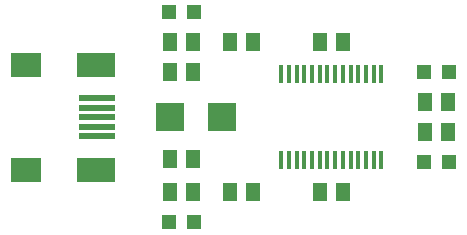
<source format=gtp>
G75*
%MOIN*%
%OFA0B0*%
%FSLAX25Y25*%
%IPPOS*%
%LPD*%
%AMOC8*
5,1,8,0,0,1.08239X$1,22.5*
%
%ADD10R,0.01575X0.05906*%
%ADD11R,0.04724X0.04724*%
%ADD12R,0.05118X0.05906*%
%ADD13R,0.09449X0.09449*%
%ADD14R,0.09843X0.07874*%
%ADD15R,0.12992X0.07874*%
%ADD16R,0.12205X0.01969*%
D10*
X0097866Y0037328D03*
X0100425Y0037328D03*
X0102984Y0037328D03*
X0105543Y0037328D03*
X0108102Y0037328D03*
X0110661Y0037328D03*
X0113220Y0037328D03*
X0115780Y0037328D03*
X0118339Y0037328D03*
X0120898Y0037328D03*
X0123457Y0037328D03*
X0126016Y0037328D03*
X0128575Y0037328D03*
X0131134Y0037328D03*
X0131134Y0065872D03*
X0128575Y0065872D03*
X0126016Y0065872D03*
X0123457Y0065872D03*
X0120898Y0065872D03*
X0118339Y0065872D03*
X0115780Y0065872D03*
X0113220Y0065872D03*
X0110661Y0065872D03*
X0108102Y0065872D03*
X0105543Y0065872D03*
X0102984Y0065872D03*
X0100425Y0065872D03*
X0097866Y0065872D03*
D11*
X0060366Y0016600D03*
X0068634Y0016600D03*
X0145366Y0036600D03*
X0153634Y0036600D03*
X0153634Y0066600D03*
X0145366Y0066600D03*
X0068634Y0086600D03*
X0060366Y0086600D03*
D12*
X0060760Y0076600D03*
X0068240Y0076600D03*
X0080760Y0076600D03*
X0088240Y0076600D03*
X0110760Y0076600D03*
X0118240Y0076600D03*
X0068240Y0066600D03*
X0060760Y0066600D03*
X0060760Y0037850D03*
X0068240Y0037850D03*
X0068240Y0026600D03*
X0060760Y0026600D03*
X0080760Y0026600D03*
X0088240Y0026600D03*
X0110760Y0026600D03*
X0118240Y0026600D03*
X0145760Y0046600D03*
X0153240Y0046600D03*
X0153240Y0056600D03*
X0145760Y0056600D03*
D13*
X0078161Y0051600D03*
X0060839Y0051600D03*
D14*
X0012689Y0034080D03*
X0012689Y0069120D03*
D15*
X0035917Y0069120D03*
X0035917Y0034080D03*
D16*
X0036311Y0045301D03*
X0036311Y0048450D03*
X0036311Y0051600D03*
X0036311Y0054750D03*
X0036311Y0057899D03*
M02*

</source>
